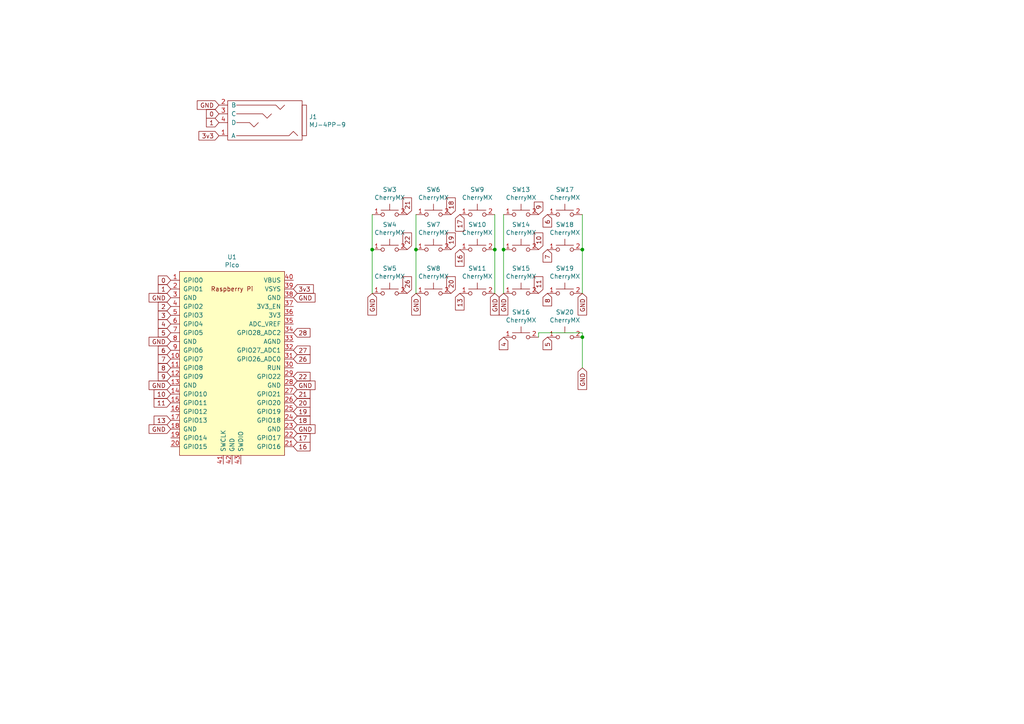
<source format=kicad_sch>
(kicad_sch (version 20230121) (generator eeschema)
  (paper "A4")
  (lib_symbols
    (symbol "Keeb-rescue:CherryMX-CherryMX" (pin_names (offset 0.254))
      (property "Reference" "SW" (at 2.54 3.175 0))
      (property "Value" "CherryMX_CherryMX" (at 0 -1.905 0))
      (symbol "CherryMX-CherryMX_1_1"
        (circle (center -2.032 0) (radius 0.508))
        (polyline (pts (xy 0 1.27) (xy 0 3.048)))
        (polyline (pts (xy 2.54 1.27) (xy -2.54 1.27)))
        (circle (center 2.032 0) (radius 0.508))
        (pin passive line (at -5.08 0 0) (length 2.54) (name "~") (number "1"))
        (pin passive line (at 5.08 0 180) (length 2.54) (name "~") (number "2"))
      )
    )
    (symbol "Keeb-rescue:MJ-4PP-9-MJ-4PP-9" (pin_names (offset 1.016))
      (property "Reference" "J" (at 0 7.62 0))
      (property "Value" "MJ-4PP-9_MJ-4PP-9" (at 0 -8.89 0))
      (symbol "MJ-4PP-9-MJ-4PP-9_0_1"
        (rectangle (start -10.16 3.81) (end -11.43 -5.08))
        (polyline (pts (xy 8.89 -5.08) (xy -2.54 -5.08) (xy -3.81 -3.81) (xy -5.08 -5.08)))
        (polyline (pts (xy 8.89 -2.54) (xy 1.27 -2.54) (xy 0 -1.27) (xy -1.27 -2.54)))
        (polyline (pts (xy 8.89 0) (xy 5.08 0) (xy 3.81 1.27) (xy 2.54 0)))
        (polyline (pts (xy 8.89 3.81) (xy -6.35 3.81) (xy -7.62 2.54) (xy -8.89 3.81)))
        (rectangle (start 11.43 5.08) (end -10.16 -6.35))
      )
      (symbol "MJ-4PP-9-MJ-4PP-9_1_1"
        (pin input line (at 13.97 3.81 180) (length 2.54) (name "A") (number "1"))
        (pin input line (at 13.97 -5.08 180) (length 2.54) (name "B") (number "2"))
        (pin input line (at 13.97 -2.54 180) (length 2.54) (name "C") (number "3"))
        (pin input line (at 13.97 0 180) (length 2.54) (name "D") (number "4"))
      )
    )
    (symbol "Keeb-rescue:Pico-MCU_RaspberryPi_and_Boards" (pin_names (offset 1.016))
      (property "Reference" "U" (at -13.97 27.94 0))
      (property "Value" "MCU_RaspberryPi_and_Boards_Pico" (at 0 19.05 0))
      (symbol "Pico-MCU_RaspberryPi_and_Boards_0_0"
        (text "Raspberry Pi" (at 0 21.59 0) (effects (font (size 1.27 1.27))))
      )
      (symbol "Pico-MCU_RaspberryPi_and_Boards_0_1"
        (rectangle (start -15.24 26.67) (end 15.24 -26.67) (fill (type background)))
      )
      (symbol "Pico-MCU_RaspberryPi_and_Boards_1_1"
        (pin bidirectional line (at -17.78 24.13 0) (length 2.54) (name "GPIO0") (number "1"))
        (pin bidirectional line (at -17.78 1.27 0) (length 2.54) (name "GPIO7") (number "10"))
        (pin bidirectional line (at -17.78 -1.27 0) (length 2.54) (name "GPIO8") (number "11"))
        (pin bidirectional line (at -17.78 -3.81 0) (length 2.54) (name "GPIO9") (number "12"))
        (pin power_in line (at -17.78 -6.35 0) (length 2.54) (name "GND") (number "13"))
        (pin bidirectional line (at -17.78 -8.89 0) (length 2.54) (name "GPIO10") (number "14"))
        (pin bidirectional line (at -17.78 -11.43 0) (length 2.54) (name "GPIO11") (number "15"))
        (pin bidirectional line (at -17.78 -13.97 0) (length 2.54) (name "GPIO12") (number "16"))
        (pin bidirectional line (at -17.78 -16.51 0) (length 2.54) (name "GPIO13") (number "17"))
        (pin power_in line (at -17.78 -19.05 0) (length 2.54) (name "GND") (number "18"))
        (pin bidirectional line (at -17.78 -21.59 0) (length 2.54) (name "GPIO14") (number "19"))
        (pin bidirectional line (at -17.78 21.59 0) (length 2.54) (name "GPIO1") (number "2"))
        (pin bidirectional line (at -17.78 -24.13 0) (length 2.54) (name "GPIO15") (number "20"))
        (pin bidirectional line (at 17.78 -24.13 180) (length 2.54) (name "GPIO16") (number "21"))
        (pin bidirectional line (at 17.78 -21.59 180) (length 2.54) (name "GPIO17") (number "22"))
        (pin power_in line (at 17.78 -19.05 180) (length 2.54) (name "GND") (number "23"))
        (pin bidirectional line (at 17.78 -16.51 180) (length 2.54) (name "GPIO18") (number "24"))
        (pin bidirectional line (at 17.78 -13.97 180) (length 2.54) (name "GPIO19") (number "25"))
        (pin bidirectional line (at 17.78 -11.43 180) (length 2.54) (name "GPIO20") (number "26"))
        (pin bidirectional line (at 17.78 -8.89 180) (length 2.54) (name "GPIO21") (number "27"))
        (pin power_in line (at 17.78 -6.35 180) (length 2.54) (name "GND") (number "28"))
        (pin bidirectional line (at 17.78 -3.81 180) (length 2.54) (name "GPIO22") (number "29"))
        (pin power_in line (at -17.78 19.05 0) (length 2.54) (name "GND") (number "3"))
        (pin input line (at 17.78 -1.27 180) (length 2.54) (name "RUN") (number "30"))
        (pin bidirectional line (at 17.78 1.27 180) (length 2.54) (name "GPIO26_ADC0") (number "31"))
        (pin bidirectional line (at 17.78 3.81 180) (length 2.54) (name "GPIO27_ADC1") (number "32"))
        (pin power_in line (at 17.78 6.35 180) (length 2.54) (name "AGND") (number "33"))
        (pin bidirectional line (at 17.78 8.89 180) (length 2.54) (name "GPIO28_ADC2") (number "34"))
        (pin unspecified line (at 17.78 11.43 180) (length 2.54) (name "ADC_VREF") (number "35"))
        (pin unspecified line (at 17.78 13.97 180) (length 2.54) (name "3V3") (number "36"))
        (pin input line (at 17.78 16.51 180) (length 2.54) (name "3V3_EN") (number "37"))
        (pin bidirectional line (at 17.78 19.05 180) (length 2.54) (name "GND") (number "38"))
        (pin unspecified line (at 17.78 21.59 180) (length 2.54) (name "VSYS") (number "39"))
        (pin bidirectional line (at -17.78 16.51 0) (length 2.54) (name "GPIO2") (number "4"))
        (pin unspecified line (at 17.78 24.13 180) (length 2.54) (name "VBUS") (number "40"))
        (pin input line (at -2.54 -29.21 90) (length 2.54) (name "SWCLK") (number "41"))
        (pin power_in line (at 0 -29.21 90) (length 2.54) (name "GND") (number "42"))
        (pin bidirectional line (at 2.54 -29.21 90) (length 2.54) (name "SWDIO") (number "43"))
        (pin bidirectional line (at -17.78 13.97 0) (length 2.54) (name "GPIO3") (number "5"))
        (pin bidirectional line (at -17.78 11.43 0) (length 2.54) (name "GPIO4") (number "6"))
        (pin bidirectional line (at -17.78 8.89 0) (length 2.54) (name "GPIO5") (number "7"))
        (pin power_in line (at -17.78 6.35 0) (length 2.54) (name "GND") (number "8"))
        (pin bidirectional line (at -17.78 3.81 0) (length 2.54) (name "GPIO6") (number "9"))
      )
    )
  )
  (junction (at 146.05 72.39))
  (junction (at 143.51 72.39))
  (junction (at 168.91 72.39))
  (junction (at 168.91 97.79))
  (junction (at 107.95 72.39))
  (junction (at 120.65 72.39))
  (wire (pts (xy 146.05 62.23) (xy 146.05 72.39)))
  (wire (pts (xy 156.21 96.52) (xy 168.91 96.52)))
  (wire (pts (xy 143.51 62.23) (xy 143.51 72.39)))
  (wire (pts (xy 168.91 62.23) (xy 168.91 72.39)))
  (wire (pts (xy 156.21 97.79) (xy 156.21 96.52)))
  (wire (pts (xy 120.65 72.39) (xy 120.65 85.09)))
  (wire (pts (xy 107.95 62.23) (xy 107.95 72.39)))
  (wire (pts (xy 107.95 72.39) (xy 107.95 85.09)))
  (wire (pts (xy 120.65 62.23) (xy 120.65 72.39)))
  (wire (pts (xy 146.05 72.39) (xy 146.05 85.09)))
  (wire (pts (xy 168.91 96.52) (xy 168.91 97.79)))
  (wire (pts (xy 143.51 72.39) (xy 143.51 85.09)))
  (wire (pts (xy 168.91 97.79) (xy 168.91 106.68)))
  (wire (pts (xy 168.91 72.39) (xy 168.91 85.09)))
  (global_label "GND" (shape input) (at 143.51 85.09 270) (property "Intersheetrefs" "${INTERSHEET_REFS}" (effects hide)))
  (global_label "5" (shape input) (at 49.53 96.52 180) (property "Intersheetrefs" "${INTERSHEET_REFS}" (effects hide)))
  (global_label "26" (shape input) (at 118.11 85.09 90) (property "Intersheetrefs" "${INTERSHEET_REFS}" (effects hide)))
  (global_label "20" (shape input) (at 130.81 85.09 90) (property "Intersheetrefs" "${INTERSHEET_REFS}" (effects hide)))
  (global_label "GND" (shape input) (at 120.65 85.09 270) (property "Intersheetrefs" "${INTERSHEET_REFS}" (effects hide)))
  (global_label "GND" (shape input) (at 49.53 124.46 180) (property "Intersheetrefs" "${INTERSHEET_REFS}" (effects hide)))
  (global_label "11" (shape input) (at 49.53 116.84 180) (property "Intersheetrefs" "${INTERSHEET_REFS}" (effects hide)))
  (global_label "3" (shape input) (at 49.53 91.44 180) (property "Intersheetrefs" "${INTERSHEET_REFS}" (effects hide)))
  (global_label "GND" (shape input) (at 146.05 85.09 270) (property "Intersheetrefs" "${INTERSHEET_REFS}" (effects hide)))
  (global_label "10" (shape input) (at 156.21 72.39 90) (property "Intersheetrefs" "${INTERSHEET_REFS}" (effects hide)))
  (global_label "22" (shape input) (at 85.09 109.22 0) (property "Intersheetrefs" "${INTERSHEET_REFS}" (effects hide)))
  (global_label "GND" (shape input) (at 63.5 30.48 180) (property "Intersheetrefs" "${INTERSHEET_REFS}" (effects hide)))
  (global_label "3v3" (shape input) (at 63.5 39.37 180) (property "Intersheetrefs" "${INTERSHEET_REFS}" (effects hide)))
  (global_label "13" (shape input) (at 49.53 121.92 180) (property "Intersheetrefs" "${INTERSHEET_REFS}" (effects hide)))
  (global_label "GND" (shape input) (at 168.91 85.09 270) (property "Intersheetrefs" "${INTERSHEET_REFS}" (effects hide)))
  (global_label "9" (shape input) (at 156.21 62.23 90) (property "Intersheetrefs" "${INTERSHEET_REFS}" (effects hide)))
  (global_label "17" (shape input) (at 133.35 62.23 270) (property "Intersheetrefs" "${INTERSHEET_REFS}" (effects hide)))
  (global_label "16" (shape input) (at 133.35 72.39 270) (property "Intersheetrefs" "${INTERSHEET_REFS}" (effects hide)))
  (global_label "27" (shape input) (at 85.09 101.6 0) (property "Intersheetrefs" "${INTERSHEET_REFS}" (effects hide)))
  (global_label "18" (shape input) (at 130.81 62.23 90) (property "Intersheetrefs" "${INTERSHEET_REFS}" (effects hide)))
  (global_label "11" (shape input) (at 156.21 85.09 90) (property "Intersheetrefs" "${INTERSHEET_REFS}" (effects hide)))
  (global_label "28" (shape input) (at 85.09 96.52 0) (property "Intersheetrefs" "${INTERSHEET_REFS}" (effects hide)))
  (global_label "4" (shape input) (at 146.05 97.79 270) (property "Intersheetrefs" "${INTERSHEET_REFS}" (effects hide)))
  (global_label "GND" (shape input) (at 168.91 106.68 270) (property "Intersheetrefs" "${INTERSHEET_REFS}" (effects hide)))
  (global_label "GND" (shape input) (at 49.53 111.76 180) (property "Intersheetrefs" "${INTERSHEET_REFS}" (effects hide)))
  (global_label "17" (shape input) (at 85.09 127 0) (property "Intersheetrefs" "${INTERSHEET_REFS}" (effects hide)))
  (global_label "3v3" (shape input) (at 85.09 83.82 0) (property "Intersheetrefs" "${INTERSHEET_REFS}" (effects hide)))
  (global_label "18" (shape input) (at 85.09 121.92 0) (property "Intersheetrefs" "${INTERSHEET_REFS}" (effects hide)))
  (global_label "4" (shape input) (at 49.53 93.98 180) (property "Intersheetrefs" "${INTERSHEET_REFS}" (effects hide)))
  (global_label "GND" (shape input) (at 49.53 86.36 180) (property "Intersheetrefs" "${INTERSHEET_REFS}" (effects hide)))
  (global_label "20" (shape input) (at 85.09 116.84 0) (property "Intersheetrefs" "${INTERSHEET_REFS}" (effects hide)))
  (global_label "GND" (shape input) (at 107.95 85.09 270) (property "Intersheetrefs" "${INTERSHEET_REFS}" (effects hide)))
  (global_label "GND" (shape input) (at 85.09 111.76 0) (property "Intersheetrefs" "${INTERSHEET_REFS}" (effects hide)))
  (global_label "21" (shape input) (at 118.11 62.23 90) (property "Intersheetrefs" "${INTERSHEET_REFS}" (effects hide)))
  (global_label "9" (shape input) (at 49.53 109.22 180) (property "Intersheetrefs" "${INTERSHEET_REFS}" (effects hide)))
  (global_label "GND" (shape input) (at 49.53 99.06 180) (property "Intersheetrefs" "${INTERSHEET_REFS}" (effects hide)))
  (global_label "2" (shape input) (at 49.53 88.9 180) (property "Intersheetrefs" "${INTERSHEET_REFS}" (effects hide)))
  (global_label "19" (shape input) (at 130.81 72.39 90) (property "Intersheetrefs" "${INTERSHEET_REFS}" (effects hide)))
  (global_label "8" (shape input) (at 158.75 85.09 270) (property "Intersheetrefs" "${INTERSHEET_REFS}" (effects hide)))
  (global_label "0" (shape input) (at 49.53 81.28 180) (property "Intersheetrefs" "${INTERSHEET_REFS}" (effects hide)))
  (global_label "7" (shape input) (at 158.75 72.39 270) (property "Intersheetrefs" "${INTERSHEET_REFS}" (effects hide)))
  (global_label "0" (shape input) (at 63.5 33.02 180) (property "Intersheetrefs" "${INTERSHEET_REFS}" (effects hide)))
  (global_label "6" (shape input) (at 158.75 62.23 270) (property "Intersheetrefs" "${INTERSHEET_REFS}" (effects hide)))
  (global_label "7" (shape input) (at 49.53 104.14 180) (property "Intersheetrefs" "${INTERSHEET_REFS}" (effects hide)))
  (global_label "19" (shape input) (at 85.09 119.38 0) (property "Intersheetrefs" "${INTERSHEET_REFS}" (effects hide)))
  (global_label "22" (shape input) (at 118.11 72.39 90) (property "Intersheetrefs" "${INTERSHEET_REFS}" (effects hide)))
  (global_label "21" (shape input) (at 85.09 114.3 0) (property "Intersheetrefs" "${INTERSHEET_REFS}" (effects hide)))
  (global_label "1" (shape input) (at 63.5 35.56 180) (property "Intersheetrefs" "${INTERSHEET_REFS}" (effects hide)))
  (global_label "13" (shape input) (at 133.35 85.09 270) (property "Intersheetrefs" "${INTERSHEET_REFS}" (effects hide)))
  (global_label "16" (shape input) (at 85.09 129.54 0) (property "Intersheetrefs" "${INTERSHEET_REFS}" (effects hide)))
  (global_label "26" (shape input) (at 85.09 104.14 0) (property "Intersheetrefs" "${INTERSHEET_REFS}" (effects hide)))
  (global_label "GND" (shape input) (at 85.09 86.36 0) (property "Intersheetrefs" "${INTERSHEET_REFS}" (effects hide)))
  (global_label "6" (shape input) (at 49.53 101.6 180) (property "Intersheetrefs" "${INTERSHEET_REFS}" (effects hide)))
  (global_label "8" (shape input) (at 49.53 106.68 180) (property "Intersheetrefs" "${INTERSHEET_REFS}" (effects hide)))
  (global_label "10" (shape input) (at 49.53 114.3 180) (property "Intersheetrefs" "${INTERSHEET_REFS}" (effects hide)))
  (global_label "1" (shape input) (at 49.53 83.82 180) (property "Intersheetrefs" "${INTERSHEET_REFS}" (effects hide)))
  (global_label "GND" (shape input) (at 85.09 124.46 0) (property "Intersheetrefs" "${INTERSHEET_REFS}" (effects hide)))
  (global_label "5" (shape input) (at 158.75 97.79 270) (property "Intersheetrefs" "${INTERSHEET_REFS}" (effects hide)))
  (symbol (lib_id "Keeb-rescue:Pico-MCU_RaspberryPi_and_Boards") (at 67.31 105.41 0) (unit 1)
    (property "Reference" "U1" (at 67.31 74.549 0))
    (property "Value" "Pico" (at 67.31 76.8604 0))
    (property "Footprint" "MCU_RaspberryPi_and_Boards:RPi_Pico_SMD_TH" (effects hide))
  )
  (symbol (lib_id "Keeb-rescue:CherryMX-CherryMX") (at 113.03 62.23 0) (unit 1)
    (property "Reference" "SW3" (at 113.03 54.991 0))
    (property "Value" "CherryMX" (at 113.03 57.3024 0))
    (property "Footprint" "ScottoKeebs_MX:MX_PCB_1.00u" (effects hide))
  )
  (symbol (lib_id "Keeb-rescue:CherryMX-CherryMX") (at 125.73 62.23 0) (unit 1)
    (property "Reference" "SW6" (at 125.73 54.991 0))
    (property "Value" "CherryMX" (at 125.73 57.3024 0))
    (property "Footprint" "ScottoKeebs_MX:MX_PCB_1.00u" (effects hide))
  )
  (symbol (lib_id "Keeb-rescue:CherryMX-CherryMX") (at 138.43 62.23 0) (unit 1)
    (property "Reference" "SW9" (at 138.43 54.991 0))
    (property "Value" "CherryMX" (at 138.43 57.3024 0))
    (property "Footprint" "ScottoKeebs_MX:MX_PCB_1.00u" (effects hide))
  )
  (symbol (lib_id "Keeb-rescue:CherryMX-CherryMX") (at 151.13 62.23 0) (unit 1)
    (property "Reference" "SW13" (at 151.13 54.991 0))
    (property "Value" "CherryMX" (at 151.13 57.3024 0))
    (property "Footprint" "ScottoKeebs_MX:MX_PCB_1.00u" (effects hide))
  )
  (symbol (lib_id "Keeb-rescue:CherryMX-CherryMX") (at 163.83 62.23 0) (unit 1)
    (property "Reference" "SW17" (at 163.83 54.991 0))
    (property "Value" "CherryMX" (at 163.83 57.3024 0))
    (property "Footprint" "ScottoKeebs_MX:MX_PCB_1.00u" (effects hide))
  )
  (symbol (lib_id "Keeb-rescue:CherryMX-CherryMX") (at 113.03 72.39 0) (unit 1)
    (property "Reference" "SW4" (at 113.03 65.151 0))
    (property "Value" "CherryMX" (at 113.03 67.4624 0))
    (property "Footprint" "ScottoKeebs_MX:MX_PCB_1.00u" (effects hide))
  )
  (symbol (lib_id "Keeb-rescue:CherryMX-CherryMX") (at 125.73 72.39 0) (unit 1)
    (property "Reference" "SW7" (at 125.73 65.151 0))
    (property "Value" "CherryMX" (at 125.73 67.4624 0))
    (property "Footprint" "ScottoKeebs_MX:MX_PCB_1.00u" (effects hide))
  )
  (symbol (lib_id "Keeb-rescue:CherryMX-CherryMX") (at 138.43 72.39 0) (unit 1)
    (property "Reference" "SW10" (at 138.43 65.151 0))
    (property "Value" "CherryMX" (at 138.43 67.4624 0))
    (property "Footprint" "ScottoKeebs_MX:MX_PCB_1.00u" (effects hide))
  )
  (symbol (lib_id "Keeb-rescue:CherryMX-CherryMX") (at 151.13 72.39 0) (unit 1)
    (property "Reference" "SW14" (at 151.13 65.151 0))
    (property "Value" "CherryMX" (at 151.13 67.4624 0))
    (property "Footprint" "ScottoKeebs_MX:MX_PCB_1.00u" (effects hide))
  )
  (symbol (lib_id "Keeb-rescue:CherryMX-CherryMX") (at 163.83 72.39 0) (unit 1)
    (property "Reference" "SW18" (at 163.83 65.151 0))
    (property "Value" "CherryMX" (at 163.83 67.4624 0))
    (property "Footprint" "ScottoKeebs_MX:MX_PCB_1.00u" (effects hide))
  )
  (symbol (lib_id "Keeb-rescue:CherryMX-CherryMX") (at 113.03 85.09 0) (unit 1)
    (property "Reference" "SW5" (at 113.03 77.851 0))
    (property "Value" "CherryMX" (at 113.03 80.1624 0))
    (property "Footprint" "ScottoKeebs_MX:MX_PCB_1.00u" (effects hide))
  )
  (symbol (lib_id "Keeb-rescue:CherryMX-CherryMX") (at 125.73 85.09 0) (unit 1)
    (property "Reference" "SW8" (at 125.73 77.851 0))
    (property "Value" "CherryMX" (at 125.73 80.1624 0))
    (property "Footprint" "ScottoKeebs_MX:MX_PCB_1.00u" (effects hide))
  )
  (symbol (lib_id "Keeb-rescue:CherryMX-CherryMX") (at 138.43 85.09 0) (unit 1)
    (property "Reference" "SW11" (at 138.43 77.851 0))
    (property "Value" "CherryMX" (at 138.43 80.1624 0))
    (property "Footprint" "ScottoKeebs_MX:MX_PCB_1.00u" (effects hide))
  )
  (symbol (lib_id "Keeb-rescue:CherryMX-CherryMX") (at 151.13 85.09 0) (unit 1)
    (property "Reference" "SW15" (at 151.13 77.851 0))
    (property "Value" "CherryMX" (at 151.13 80.1624 0))
    (property "Footprint" "ScottoKeebs_MX:MX_PCB_1.00u" (effects hide))
  )
  (symbol (lib_id "Keeb-rescue:CherryMX-CherryMX") (at 163.83 85.09 0) (unit 1)
    (property "Reference" "SW19" (at 163.83 77.851 0))
    (property "Value" "CherryMX" (at 163.83 80.1624 0))
    (property "Footprint" "ScottoKeebs_MX:MX_PCB_1.00u" (effects hide))
  )
  (symbol (lib_id "Keeb-rescue:CherryMX-CherryMX") (at 151.13 97.79 0) (unit 1)
    (property "Reference" "SW16" (at 151.13 90.551 0))
    (property "Value" "CherryMX" (at 151.13 92.8624 0))
    (property "Footprint" "ScottoKeebs_MX:MX_PCB_1.00u" (effects hide))
  )
  (symbol (lib_id "Keeb-rescue:CherryMX-CherryMX") (at 163.83 97.79 0) (unit 1)
    (property "Reference" "SW20" (at 163.83 90.551 0))
    (property "Value" "CherryMX" (at 163.83 92.8624 0))
    (property "Footprint" "ScottoKeebs_MX:MX_PCB_1.00u" (effects hide))
  )
  (symbol (lib_id "Keeb-rescue:MJ-4PP-9-MJ-4PP-9") (at 77.47 35.56 180) (unit 1)
    (property "Reference" "J1" (at 89.6112 33.8836 0) (effects (justify right)))
    (property "Value" "MJ-4PP-9" (at 89.6112 36.195 0) (effects (justify right)))
    (property "Footprint" "MJ-4PP-9:MJ-4PP-9_no_silk" (effects hide))
  )
)
</source>
